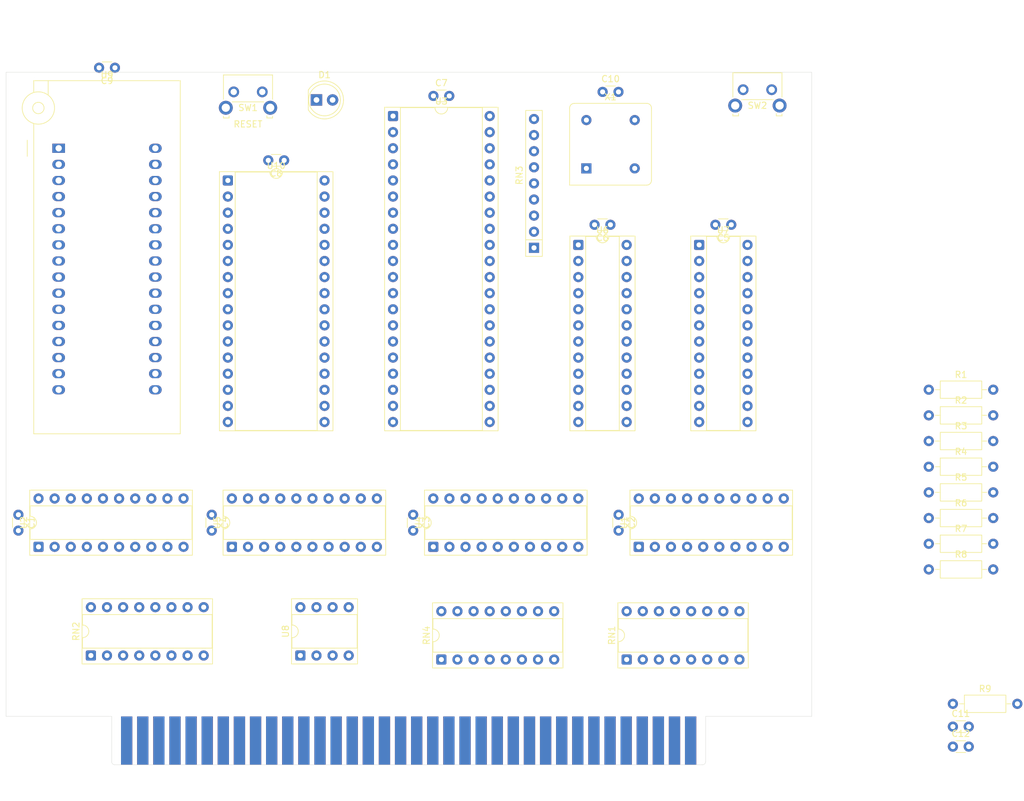
<source format=kicad_pcb>
(kicad_pcb (version 20241229) (generator "pcbnew") (generator_version "9.0")
  (layers (0 "F.Cu" signal) (2 "B.Cu" signal) (13 "F.Paste" user) (15 "B.Paste" user) (5 "F.SilkS" user "F.Silkscreen") (7 "B.SilkS" user "B.Silkscreen") (1 "F.Mask" user) (3 "B.Mask" user) (25 "Edge.Cuts" user))
  (net 0 "")
  (net 1 "GND")
  (net 2 "Net-(C1-Pad1)")
  (net 3 "+5V")
  (net 4 "Net-(D1-A)")
  (net 5 "/~{IRQ}1")
  (net 6 "/A14")
  (net 7 "/~{CBLK}")
  (net 8 "/~{RD}")
  (net 9 "/D5")
  (net 10 "/~{CART_{cs}}")
  (net 11 "/CLK_{cpu}")
  (net 12 "/~{CART_{det}}")
  (net 13 "/~{IRQ}4")
  (net 14 "/~{FIRQ}1")
  (net 15 "+3V3")
  (net 16 "/~{IRQ}2")
  (net 17 "/~{MREQ}")
  (net 18 "/BA")
  (net 19 "/~{IORQ}")
  (net 20 "/~{BREQ}")
  (net 21 "/D1")
  (net 22 "/~{FIRQ}3")
  (net 23 "/A6")
  (net 24 "/A10")
  (net 25 "/A3")
  (net 26 "/D7")
  (net 27 "/R{slash}~{W}")
  (net 28 "/A15")
  (net 29 "/D2")
  (net 30 "/D0")
  (net 31 "/A1")
  (net 32 "/~{MRDY}")
  (net 33 "/A12")
  (net 34 "/D4")
  (net 35 "/A9")
  (net 36 "/SPD_{cpu}")
  (net 37 "/~{RESET}")
  (net 38 "/~{FIRQ}2")
  (net 39 "/D3")
  (net 40 "/E")
  (net 41 "-12V")
  (net 42 "/A5")
  (net 43 "/~{IRQ}6")
  (net 44 "/A13")
  (net 45 "/A7")
  (net 46 "/D6")
  (net 47 "/A2")
  (net 48 "/Q")
  (net 49 "/A11")
  (net 50 "/~{HALT}")
  (net 51 "/A0")
  (net 52 "+12V")
  (net 53 "/~{IRQ}7")
  (net 54 "/BS")
  (net 55 "/~{IRQ}3")
  (net 56 "/~{RAM_{oe}}")
  (net 57 "/A8")
  (net 58 "/~{WR}")
  (net 59 "/~{IRQ}5")
  (net 60 "/A4")
  (net 61 "/~{MMU_{en}}")
  (net 62 "/~{NMI}")
  (net 63 "/~{IRQ}")
  (net 64 "/~{FIRQ}")
  (net 65 "Net-(U5-1Y0)")
  (net 66 "Net-(U5-2Y0)")
  (net 67 "Net-(U5-2Y1)")
  (net 68 "Net-(U5-2Y2)")
  (net 69 "Net-(U5-2Y3)")
  (net 70 "/CPU, Reset, Buffers/~{NMI_{in}}")
  (net 71 "Net-(U8-RST)")
  (net 72 "Net-(U8-~{PBRST})")
  (net 73 "/CPU, Reset, Buffers/AA1")
  (net 74 "/CPU, Reset, Buffers/AA3")
  (net 75 "/CPU, Reset, Buffers/AA7")
  (net 76 "/CPU, Reset, Buffers/AA2")
  (net 77 "/CPU, Reset, Buffers/AA6")
  (net 78 "/CPU, Reset, Buffers/AA4")
  (net 79 "/CPU, Reset, Buffers/AA0")
  (net 80 "/CPU, Reset, Buffers/_{ub}BA")
  (net 81 "/CPU, Reset, Buffers/AA5")
  (net 82 "/CPU, Reset, Buffers/DD6")
  (net 83 "/CPU, Reset, Buffers/DD4")
  (net 84 "/CPU, Reset, Buffers/DD0")
  (net 85 "/CPU, Reset, Buffers/DD7")
  (net 86 "/CPU, Reset, Buffers/DD5")
  (net 87 "/CPU, Reset, Buffers/DD1")
  (net 88 "/CPU, Reset, Buffers/DD2")
  (net 89 "/CPU, Reset, Buffers/DD3")
  (net 90 "/CPU, Reset, Buffers/AA13")
  (net 91 "/CPU, Reset, Buffers/_{ub}E")
  (net 92 "/CPU, Reset, Buffers/AA10")
  (net 93 "/CPU, Reset, Buffers/AA12")
  (net 94 "/CPU, Reset, Buffers/AA11")
  (net 95 "/CPU, Reset, Buffers/AA15")
  (net 96 "/CPU, Reset, Buffers/AA8")
  (net 97 "/CPU, Reset, Buffers/_{ub}R{slash}~{W}")
  (net 98 "/CPU, Reset, Buffers/_{ub}BS")
  (net 99 "/CPU, Reset, Buffers/AA9")
  (net 100 "/CPU, Reset, Buffers/AA14")
  (net 101 "/CPU, Reset, Buffers/_{ub}Q")
  (net 107 "/CPU, Reset, Buffers/~{ROM_{dis}}")
  (net 109 "Net-(U7-I-Pad7)")
  (net 111 "/~{ROM_{cs}}")
  (net 115 "Net-(RN1-R1.2)")
  (net 116 "Net-(RN1-R6.2)")
  (net 117 "Net-(RN1-R7.2)")
  (net 118 "Net-(RN1-R3.2)")
  (net 119 "Net-(RN1-R5.2)")
  (net 120 "Net-(RN1-R2.2)")
  (net 121 "Net-(RN1-R4.2)")
  (net 122 "Net-(RN1-R8.2)")
  (net 123 "Net-(RN2-R1.2)")
  (net 124 "Net-(RN2-R2.2)")
  (net 125 "Net-(RN2-R7.2)")
  (net 126 "Net-(RN2-R8.2)")
  (net 127 "Net-(RN2-R3.2)")
  (net 128 "Net-(RN2-R5.2)")
  (net 129 "Net-(RN2-R6.2)")
  (net 130 "Net-(RN2-R4.2)")
  (net 131 "Net-(RN4-R5.2)")
  (net 132 "Net-(RN4-R7.2)")
  (net 133 "Net-(RN4-R2.2)")
  (net 134 "Net-(RN4-R4.2)")
  (net 135 "Net-(RN4-R6.2)")
  (net 136 "Net-(RN4-R1.2)")
  (net 137 "Net-(RN4-R8.2)")
  (net 138 "Net-(RN4-R3.2)")
  (footprint "Package_DIP:DIP-20_W7.62mm_Socket" (layer "F.Cu") (at 61.595 115.57 90)
    (property "Reference" "U2" (at 3.81 -2.33 90) (layer "F.SilkS"))
    (property "Value" "74AHCT245")
    (pad "1" thru_hole roundrect (at 0 0 90) (size 1.6 1.6) (drill 0.8) (layers "*.Cu" "*.Mask") (roundrect_rratio 0.15625) (net 27 "/R{slash}~{W}"))
    (pad "2" thru_hole circle (at 0 2.54 90) (size 1.6 1.6) (drill 0.8) (layers "*.Cu" "*.Mask") (net 126 "Net-(RN2-R8.2)"))
    (pad "3" thru_hole circle (at 0 5.08 90) (size 1.6 1.6) (drill 0.8) (layers "*.Cu" "*.Mask") (net 125 "Net-(RN2-R7.2)"))
    (pad "4" thru_hole circle (at 0 7.62 90) (size 1.6 1.6) (drill 0.8) (layers "*.Cu" "*.Mask") (net 129 "Net-(RN2-R6.2)"))
    (pad "5" thru_hole circle (at 0 10.16 90) (size 1.6 1.6) (drill 0.8) (layers "*.Cu" "*.Mask") (net 128 "Net-(RN2-R5.2)"))
    (pad "6" thru_hole circle (at 0 12.7 90) (size 1.6 1.6) (drill 0.8) (layers "*.Cu" "*.Mask") (net 130 "Net-(RN2-R4.2)"))
    (pad "7" thru_hole circle (at 0 15.24 90) (size 1.6 1.6) (drill 0.8) (layers "*.Cu" "*.Mask") (net 127 "Net-(RN2-R3.2)"))
    (pad "8" thru_hole circle (at 0 17.78 90) (size 1.6 1.6) (drill 0.8) (layers "*.Cu" "*.Mask") (net 124 "Net-(RN2-R2.2)"))
    (pad "9" thru_hole circle (at 0 20.32 90) (size 1.6 1.6) (drill 0.8) (layers "*.Cu" "*.Mask") (net 123 "Net-(RN2-R1.2)"))
    (pad "10" thru_hole circle (at 0 22.86 90) (size 1.6 1.6) (drill 0.8) (layers "*.Cu" "*.Mask") (net 1 "GND"))
    (pad "11" thru_hole circle (at 7.62 22.86 90) (size 1.6 1.6) (drill 0.8) (layers "*.Cu" "*.Mask") (net 85 "/CPU, Reset, Buffers/DD7"))
    (pad "12" thru_hole circle (at 7.62 20.32 90) (size 1.6 1.6) (drill 0.8) (layers "*.Cu" "*.Mask") (net 82 "/CPU, Reset, Buffers/DD6"))
    (pad "13" thru_hole circle (at 7.62 17.78 90) (size 1.6 1.6) (drill 0.8) (layers "*.Cu" "*.Mask") (net 86 "/CPU, Reset, Buffers/DD5"))
    (pad "14" thru_hole circle (at 7.62 15.24 90) (size 1.6 1.6) (drill 0.8) (layers "*.Cu" "*.Mask") (net 83 "/CPU, Reset, Buffers/DD4"))
    (pad "15" thru_hole circle (at 7.62 12.7 90) (size 1.6 1.6) (drill 0.8) (layers "*.Cu" "*.Mask") (net 89 "/CPU, Reset, Buffers/DD3"))
    (pad "16" thru_hole circle (at 7.62 10.16 90) (size 1.6 1.6) (drill 0.8) (layers "*.Cu" "*.Mask") (net 88 "/CPU, Reset, Buffers/DD2"))
    (pad "17" thru_hole circle (at 7.62 7.62 90) (size 1.6 1.6) (drill 0.8) (layers "*.Cu" "*.Mask") (net 87 "/CPU, Reset, Buffers/DD1"))
    (pad "18" thru_hole circle (at 7.62 5.08 90) (size 1.6 1.6) (drill 0.8) (layers "*.Cu" "*.Mask") (net 84 "/CPU, Reset, Buffers/DD0"))
    (pad "19" thru_hole circle (at 7.62 2.54 90) (size 1.6 1.6) (drill 0.8) (layers "*.Cu" "*.Mask") (net 80 "/CPU, Reset, Buffers/_{ub}BA"))
    (pad "20" thru_hole circle (at 7.62 0 90) (size 1.6 1.6) (drill 0.8) (layers "*.Cu" "*.Mask") (net 3 "+5V"))
  )
  (footprint "Capacitor_THT:C_Disc_D3.0mm_W1.6mm_P2.50mm" (layer "F.Cu") (at 123.845 44.45)
    (property "Reference" "C7" (at 1.25 -2.05 0) (layer "F.SilkS"))
    (property "Value" "0.1µF")
    (pad "1" thru_hole circle (at 0 0) (size 1.6 1.6) (drill 0.8) (layers "*.Cu" "*.Mask") (net 3 "+5V"))
    (pad "2" thru_hole circle (at 2.5 0) (size 1.6 1.6) (drill 0.8) (layers "*.Cu" "*.Mask") (net 1 "GND"))
  )
  (footprint "Resistor_THT:R_Axial_DIN0207_L6.3mm_D2.5mm_P10.16mm_Horizontal" (layer "F.Cu") (at 201.93 106.986)
    (property "Reference" "R5" (at 5.08 -2.37 0) (layer "F.SilkS"))
    (property "Value" "33Ω")
    (pad "1" thru_hole circle (at 0 0) (size 1.6 1.6) (drill 0.8) (layers "*.Cu" "*.Mask") (net 69 "Net-(U5-2Y3)"))
    (pad "2" thru_hole circle (at 10.16 0) (size 1.6 1.6) (drill 0.8) (layers "*.Cu" "*.Mask") (net 54 "/BS"))
  )
  (footprint "Package_DIP:DIP-16_W7.62mm_Socket" (layer "F.Cu") (at 69.85 132.715 90)
    (property "Reference" "RN2" (at 3.81 -2.33 90) (layer "F.SilkS"))
    (property "Value" "22Ω")
    (pad "1" thru_hole roundrect (at 0 0 90) (size 1.6 1.6) (drill 0.8) (layers "*.Cu" "*.Mask") (roundrect_rratio 0.15625) (net 26 "/D7"))
    (pad "2" thru_hole circle (at 0 2.54 90) (size 1.6 1.6) (drill 0.8) (layers "*.Cu" "*.Mask") (net 46 "/D6"))
    (pad "3" thru_hole circle (at 0 5.08 90) (size 1.6 1.6) (drill 0.8) (layers "*.Cu" "*.Mask") (net 9 "/D5"))
    (pad "4" thru_hole circle (at 0 7.62 90) (size 1.6 1.6) (drill 0.8) (layers "*.Cu" "*.Mask") (net 34 "/D4"))
    (pad "5" thru_hole circle (at 0 10.16 90) (size 1.6 1.6) (drill 0.8) (layers "*.Cu" "*.Mask") (net 39 "/D3"))
    (pad "6" thru_hole circle (at 0 12.7 90) (size 1.6 1.6) (drill 0.8) (layers "*.Cu" "*.Mask") (net 29 "/D2"))
    (pad "7" thru_hole circle (at 0 15.24 90) (size 1.6 1.6) (drill 0.8) (layers "*.Cu" "*.Mask") (net 21 "/D1"))
    (pad "8" thru_hole circle (at 0 17.78 90) (size 1.6 1.6) (drill 0.8) (layers "*.Cu" "*.Mask") (net 30 "/D0"))
    (pad "9" thru_hole circle (at 7.62 17.78 90) (size 1.6 1.6) (drill 0.8) (layers "*.Cu" "*.Mask") (net 126 "Net-(RN2-R8.2)"))
    (pad "10" thru_hole circle (at 7.62 15.24 90) (size 1.6 1.6) (drill 0.8) (layers "*.Cu" "*.Mask") (net 125 "Net-(RN2-R7.2)"))
    (pad "11" thru_hole circle (at 7.62 12.7 90) (size 1.6 1.6) (drill 0.8) (layers "*.Cu" "*.Mask") (net 129 "Net-(RN2-R6.2)"))
    (pad "12" thru_hole circle (at 7.62 10.16 90) (size 1.6 1.6) (drill 0.8) (layers "*.Cu" "*.Mask") (net 128 "Net-(RN2-R5.2)"))
    (pad "13" thru_hole circle (at 7.62 7.62 90) (size 1.6 1.6) (drill 0.8) (layers "*.Cu" "*.Mask") (net 130 "Net-(RN2-R4.2)"))
    (pad "14" thru_hole circle (at 7.62 5.08 90) (size 1.6 1.6) (drill 0.8) (layers "*.Cu" "*.Mask") (net 127 "Net-(RN2-R3.2)"))
    (pad "15" thru_hole circle (at 7.62 2.54 90) (size 1.6 1.6) (drill 0.8) (layers "*.Cu" "*.Mask") (net 124 "Net-(RN2-R2.2)"))
    (pad "16" thru_hole circle (at 7.62 0 90) (size 1.6 1.6) (drill 0.8) (layers "*.Cu" "*.Mask") (net 123 "Net-(RN2-R1.2)"))
  )
  (footprint "Package_DIP:DIP-20_W7.62mm_Socket" (layer "F.Cu") (at 156.21 115.57 90)
    (property "Reference" "U1" (at 3.81 -2.33 90) (layer "F.SilkS"))
    (property "Value" "74AHCT244")
    (pad "1" thru_hole roundrect (at 0 0 90) (size 1.6 1.6) (drill 0.8) (layers "*.Cu" "*.Mask") (roundrect_rratio 0.15625) (net 80 "/CPU, Reset, Buffers/_{ub}BA"))
    (pad "2" thru_hole circle (at 0 2.54 90) (size 1.6 1.6) (drill 0.8) (layers "*.Cu" "*.Mask") (net 79 "/CPU, Reset, Buffers/AA0"))
    (pad "3" thru_hole circle (at 0 5.08 90) (size 1.6 1.6) (drill 0.8) (layers "*.Cu" "*.Mask") (net 121 "Net-(RN1-R4.2)"))
    (pad "4" thru_hole circle (at 0 7.62 90) (size 1.6 1.6) (drill 0.8) (layers "*.Cu" "*.Mask") (net 73 "/CPU, Reset, Buffers/AA1"))
    (pad "5" thru_hole circle (at 0 10.16 90) (size 1.6 1.6) (drill 0.8) (layers "*.Cu" "*.Mask") (net 118 "Net-(RN1-R3.2)"))
    (pad "6" thru_hole circle (at 0 12.7 90) (size 1.6 1.6) (drill 0.8) (layers "*.Cu" "*.Mask") (net 76 "/CPU, Reset, Buffers/AA2"))
    (pad "7" thru_hole circle (at 0 15.24 90) (size 1.6 1.6) (drill 0.8) (layers "*.Cu" "*.Mask") (net 120 "Net-(RN1-R2.2)"))
    (pad "8" thru_hole circle (at 0 17.78 90) (size 1.6 1.6) (drill 0.8) (layers "*.Cu" "*.Mask") (net 74 "/CPU, Reset, Buffers/AA3"))
    (pad "9" thru_hole circle (at 0 20.32 90) (size 1.6 1.6) (drill 0.8) (layers "*.Cu" "*.Mask") (net 115 "Net-(RN1-R1.2)"))
    (pad "10" thru_hole circle (at 0 22.86 90) (size 1.6 1.6) (drill 0.8) (layers "*.Cu" "*.Mask") (net 1 "GND"))
    (pad "11" thru_hole circle (at 7.62 22.86 90) (size 1.6 1.6) (drill 0.8) (layers "*.Cu" "*.Mask") (net 75 "/CPU, Reset, Buffers/AA7"))
    (pad "12" thru_hole circle (at 7.62 20.32 90) (size 1.6 1.6) (drill 0.8) (layers "*.Cu" "*.Mask") (net 119 "Net-(RN1-R5.2)"))
    (pad "13" thru_hole circle (at 7.62 17.78 90) (size 1.6 1.6) (drill 0.8) (layers "*.Cu" "*.Mask") (net 77 "/CPU, Reset, Buffers/AA6"))
    (pad "14" thru_hole circle (at 7.62 15.24 90) (size 1.6 1.6) (drill 0.8) (layers "*.Cu" "*.Mask") (net 116 "Net-(RN1-R6.2)"))
    (pad "15" thru_hole circle (at 7.62 12.7 90) (size 1.6 1.6) (drill 0.8) (layers "*.Cu" "*.Mask") (net 81 "/CPU, Reset, Buffers/AA5"))
    (pad "16" thru_hole circle (at 7.62 10.16 90) (size 1.6 1.6) (drill 0.8) (layers "*.Cu" "*.Mask") (net 117 "Net-(RN1-R7.2)"))
    (pad "17" thru_hole circle (at 7.62 7.62 90) (size 1.6 1.6) (drill 0.8) (layers "*.Cu" "*.Mask") (net 78 "/CPU, Reset, Buffers/AA4"))
    (pad "18" thru_hole circle (at 7.62 5.08 90) (size 1.6 1.6) (drill 0.8) (layers "*.Cu" "*.Mask") (net 122 "Net-(RN1-R8.2)"))
    (pad "19" thru_hole circle (at 7.62 2.54 90) (size 1.6 1.6) (drill 0.8) (layers "*.Cu" "*.Mask") (net 80 "/CPU, Reset, Buffers/_{ub}BA"))
    (pad "20" thru_hole circle (at 7.62 0 90) (size 1.6 1.6) (drill 0.8) (layers "*.Cu" "*.Mask") (net 3 "+5V"))
  )
  (footprint "Capacitor_THT:C_Disc_D3.0mm_W1.6mm_P2.50mm" (layer "F.Cu") (at 151.745 64.77 180)
    (property "Reference" "C6" (at 1.25 -2.05 0) (layer "F.SilkS"))
    (property "Value" "0.1µF")
    (pad "1" thru_hole circle (at 0 0 180) (size 1.6 1.6) (drill 0.8) (layers "*.Cu" "*.Mask") (net 3 "+5V"))
    (pad "2" thru_hole circle (at 2.5 0 180) (size 1.6 1.6) (drill 0.8) (layers "*.Cu" "*.Mask") (net 1 "GND"))
  )
  (footprint "Package_DIP:DIP-40_W15.24mm_Socket" (layer "F.Cu") (at 117.475 47.625)
    (property "Reference" "U3" (at 7.62 -2.33 0) (layer "F.SilkS"))
    (property "Value" "HD63C09P")
    (pad "1" thru_hole roundrect (at 0 0) (size 1.6 1.6) (drill 0.8) (layers "*.Cu" "*.Mask") (roundrect_rratio 0.15625) (net 1 "GND"))
    (pad "2" thru_hole circle (at 0 2.54) (size 1.6 1.6) (drill 0.8) (layers "*.Cu" "*.Mask") (net 62 "/~{NMI}"))
    (pad "3" thru_hole circle (at 0 5.08) (size 1.6 1.6) (drill 0.8) (layers "*.Cu" "*.Mask") (net 63 "/~{IRQ}"))
    (pad "4" thru_hole circle (at 0 7.62) (size 1.6 1.6) (drill 0.8) (layers "*.Cu" "*.Mask") (net 64 "/~{FIRQ}"))
    (pad "5" thru_hole circle (at 0 10.16) (size 1.6 1.6) (drill 0.8) (layers "*.Cu" "*.Mask") (net 98 "/CPU, Reset, Buffers/_{ub}BS"))
    (pad "6" thru_hole circle (at 0 12.7) (size 1.6 1.6) (drill 0.8) (layers "*.Cu" "*.Mask") (net 80 "/CPU, Reset, Buffers/_{ub}BA"))
    (pad "7" thru_hole circle (at 0 15.24) (size 1.6 1.6) (drill 0.8) (layers "*.Cu" "*.Mask") (net 3 "+5V"))
    (pad "8" thru_hole circle (at 0 17.78) (size 1.6 1.6) (drill 0.8) (layers "*.Cu" "*.Mask") (net 79 "/CPU, Reset, Buffers/AA0"))
    (pad "9" thru_hole circle (at 0 20.32) (size 1.6 1.6) (drill 0.8) (layers "*.Cu" "*.Mask") (net 73 "/CPU, Reset, Buffers/AA1"))
    (pad "10" thru_hole circle (at 0 22.86) (size 1.6 1.6) (drill 0.8) (layers "*.Cu" "*.Mask") (net 76 "/CPU, Reset, Buffers/AA2"))
    (pad "11" thru_hole circle (at 0 25.4) (size 1.6 1.6) (drill 0.8) (layers "*.Cu" "*.Mask") (net 74 "/CPU, Reset, Buffers/AA3"))
    (pad "12" thru_hole circle (at 0 27.94) (size 1.6 1.6) (drill 0.8) (layers "*.Cu" "*.Mask") (net 78 "/CPU, Reset, Buffers/AA4"))
    (pad "13" thru_hole circle (at 0 30.48) (size 1.6 1.6) (drill 0.8) (layers "*.Cu" "*.Mask") (net 81 "/CPU, Reset, Buffers/AA5"))
    (pad "14" thru_hole circle (at 0 33.02) (size 1.6 1.6) (drill 0.8) (layers "*.Cu" "*.Mask") (net 77 "/CPU, Reset, Buffers/AA6"))
    (pad "15" thru_hole circle (at 0 35.56) (size 1.6 1.6) (drill 0.8) (layers "*.Cu" "*.Mask") (net 75 "/CPU, Reset, Buffers/AA7"))
    (pad "16" thru_hole circle (at 0 38.1) (size 1.6 1.6) (drill 0.8) (layers "*.Cu" "*.Mask") (net 96 "/CPU, Reset, Buffers/AA8"))
    (pad "17" thru_hole circle (at 0 40.64) (size 1.6 1.6) (drill 0.8) (layers "*.Cu" "*.Mask") (net 99 "/CPU, Reset, Buffers/AA9"))
    (pad "18" thru_hole circle (at 0 43.18) (size 1.6 1.6) (drill 0.8) (layers "*.Cu" "*.Mask") (net 92 "/CPU, Reset, Buffers/AA10"))
    (pad "19" thru_hole circle (at 0 45.72) (size 1.6 1.6) (drill 0.8) (layers "*.Cu" "*.Mask") (net 94 "/CPU, Reset, Buffers/AA11"))
    (pad "20" thru_hole circle (at 0 48.26) (size 1.6 1.6) (drill 0.8) (layers "*.Cu" "*.Mask") (net 93 "/CPU, Reset, Buffers/AA12"))
    (pad "21" thru_hole circle (at 15.24 48.26) (size 1.6 1.6) (drill 0.8) (layers "*.Cu" "*.Mask") (net 90 "/CPU, Reset, Buffers/AA13"))
    (pad "22" thru_hole circle (at 15.24 45.72) (size 1.6 1.6) (drill 0.8) (layers "*.Cu" "*.Mask") (net 100 "/CPU, Reset, Buffers/AA14"))
    (pad "23" thru_hole circle (at 15.24 43.18) (size 1.6 1.6) (drill 0.8) (layers "*.Cu" "*.Mask") (net 95 "/CPU, Reset, Buffers/AA15"))
    (pad "24" thru_hole circle (at 15.24 40.64) (size 1.6 1.6) (drill 0.8) (layers "*.Cu" "*.Mask") (net 85 "/CPU, Reset, Buffers/DD7"))
    (pad "25" thru_hole circle (at 15.24 38.1) (size 1.6 1.6) (drill 0.8) (layers "*.Cu" "*.Mask") (net 82 "/CPU, Reset, Buffers/DD6"))
    (pad "26" thru_hole circle (at 15.24 35.56) (size 1.6 1.6) (drill 0.8) (layers "*.Cu" "*.Mask") (net 86 "/CPU, Reset, Buffers/DD5"))
    (pad "27" thru_hole circle (at 15.24 33.02) (size 1.6 1.6) (drill 0.8) (layers "*.Cu" "*.Mask") (net 83 "/CPU, Reset, Buffers/DD4"))
    (pad "28" thru_hole circle (at 15.24 30.48) (size 1.6 1.6) (drill 0.8) (layers "*.Cu" "*.Mask") (net 89 "/CPU, Reset, Buffers/DD3"))
    (pad "29" thru_hole circle (at 15.24 27.94) (size 1.6 1.6) (drill 0.8) (layers "*.Cu" "*.Mask") (net 88 "/CPU, Reset, Buffers/DD2"))
    (pad "30" thru_hole circle (at 15.24 25.4) (size 1.6 1.6) (drill 0.8) (layers "*.Cu" "*.Mask") (net 87 "/CPU, Reset, Buffers/DD1"))
    (pad "31" thru_hole circle (at 15.24 22.86) (size 1.6 1.6) (drill 0.8) (layers "*.Cu" "*.Mask") (net 84 "/CPU, Reset, Buffers/DD0"))
    (pad "32" thru_hole circle (at 15.24 20.32) (size 1.6 1.6) (drill 0.8) (layers "*.Cu" "*.Mask") (net 97 "/CPU, Reset, Buffers/_{ub}R{slash}~{W}"))
    (pad "33" thru_hole circle (at 15.24 17.78) (size 1.6 1.6) (drill 0.8) (layers "*.Cu" "*.Mask") (net 20 "/~{BREQ}"))
    (pad "34" thru_hole circle (at 15.24 15.24) (size 1.6 1.6) (drill 0.8) (layers "*.Cu" "*.Mask") (net 91 "/CPU, Reset, Buffers/_{ub}E"))
    (pad "35" thru_hole circle (at 15.24 12.7) (size 1.6 1.6) (drill 0.8) (layers "*.Cu" "*.Mask") (net 101 "/CPU, Reset, Buffers/_{ub}Q"))
    (pad "36" thru_hole circle (at 15.24 10.16) (size 1.6 1.6) (drill 0.8) (layers "*.Cu" "*.Mask") (net 32 "/~{MRDY}"))
    (pad "37" thru_hole circle (at 15.24 7.62) (size 1.6 1.6) (drill 0.8) (layers "*.Cu" "*.Mask") (net 37 "/~{RESET}"))
    (pad "38" thru_hole circle (at 15.24 5.08) (size 1.6 1.6) (drill 0.8) (layers "*.Cu" "*.Mask") (net 11 "/CLK_{cpu}"))
    (pad "39" thru_hole circle (at 15.24 2.54) (size 1.6 1.6) (drill 0.8) (layers "*.Cu" "*.Mask"))
    (pad "40" thru_hole circle (at 15.24 0) (size 1.6 1.6) (drill 0.8) (layers "*.Cu" "*.Mask") (net 50 "/~{HALT}"))
  )
  (footprint "Resistor_THT:R_Axial_DIN0207_L6.3mm_D2.5mm_P10.16mm_Horizontal" (layer "F.Cu") (at 201.93 111.036)
    (property "Reference" "R6" (at 5.08 -2.37 0) (layer "F.SilkS"))
    (property "Value" "1KΩ")
    (pad "1" thru_hole circle (at 0 0) (size 1.6 1.6) (drill 0.8) (layers "*.Cu" "*.Mask") (net 3 "+5V"))
    (pad "2" thru_hole circle (at 10.16 0) (size 1.6 1.6) (drill 0.8) (layers "*.Cu" "*.Mask") (net 70 "/CPU, Reset, Buffers/~{NMI_{in}}"))
  )
  (footprint "Capacitor_THT:C_Disc_D3.0mm_W1.6mm_P2.50mm" (layer "F.Cu") (at 170.795 64.77 180)
    (property "Reference" "C5" (at 1.25 -2.05 0) (layer "F.SilkS"))
    (property "Value" "0.1µF")
    (pad "1" thru_hole circle (at 0 0 180) (size 1.6 1.6) (drill 0.8) (layers "*.Cu" "*.Mask") (net 3 "+5V"))
    (pad "2" thru_hole circle (at 2.5 0 180) (size 1.6 1.6) (drill 0.8) (layers "*.Cu" "*.Mask") (net 1 "GND"))
  )
  (footprint "Capacitor_THT:C_Disc_D3.0mm_W1.6mm_P2.50mm" (layer "F.Cu") (at 153.035 110.51 -90)
    (property "Reference" "C2" (at 1.25 -2.05 90) (layer "F.SilkS"))
    (property "Value" "0.1µF")
    (pad "1" thru_hole circle (at 0 0 270) (size 1.6 1.6) (drill 0.8) (layers "*.Cu" "*.Mask") (net 3 "+5V"))
    (pad "2" thru_hole circle (at 2.5 0 270) (size 1.6 1.6) (drill 0.8) (layers "*.Cu" "*.Mask") (net 1 "GND"))
  )
  (footprint "Capacitor_THT:C_Disc_D3.0mm_W1.6mm_P2.50mm" (layer "F.Cu") (at 205.7286 147.085)
    (property "Reference" "C12" (at 1.25 -2.05 0) (layer "F.SilkS"))
    (property "Value" "0.1µF")
    (pad "1" thru_hole circle (at 0 0) (size 1.6 1.6) (drill 0.8) (layers "*.Cu" "*.Mask") (net 3 "+5V"))
    (pad "2" thru_hole circle (at 2.5 0) (size 1.6 1.6) (drill 0.8) (layers "*.Cu" "*.Mask") (net 1 "GND"))
  )
  (footprint "Resistor_THT:R_Axial_DIN0207_L6.3mm_D2.5mm_P10.16mm_Horizontal" (layer "F.Cu") (at 201.93 98.886)
    (property "Reference" "R3" (at 5.08 -2.37 0) (layer "F.SilkS"))
    (property "Value" "47Ω")
    (pad "1" thru_hole circle (at 0 0) (size 1.6 1.6) (drill 0.8) (layers "*.Cu" "*.Mask") (net 67 "Net-(U5-2Y1)"))
    (pad "2" thru_hole circle (at 10.16 0) (size 1.6 1.6) (drill 0.8) (layers "*.Cu" "*.Mask") (net 48 "/Q"))
  )
  (footprint "Capacitor_THT:C_Disc_D3.0mm_W1.6mm_P2.50mm" (layer "F.Cu") (at 150.515 43.815)
    (property "Reference" "C10" (at 1.25 -2.05 0) (layer "F.SilkS"))
    (property "Value" "0.1µF")
    (pad "1" thru_hole circle (at 0 0) (size 1.6 1.6) (drill 0.8) (layers "*.Cu" "*.Mask") (net 3 "+5V"))
    (pad "2" thru_hole circle (at 2.5 0) (size 1.6 1.6) (drill 0.8) (layers "*.Cu" "*.Mask") (net 1 "GND"))
  )
  (footprint "Package_DIP:DIP-20_W7.62mm_Socket" (layer "F.Cu") (at 92.075 115.57 90)
    (property "Reference" "U5" (at 3.81 -2.33 90) (layer "F.SilkS"))
    (property "Value" "74AHCT244")
    (pad "1" thru_hole roundrect (at 0 0 90) (size 1.6 1.6) (drill 0.8) (layers "*.Cu" "*.Mask") (roundrect_rratio 0.15625) (net 80 "/CPU, Reset, Buffers/_{ub}BA"))
    (pad "2" thru_hole circle (at 0 2.54 90) (size 1.6 1.6) (drill 0.8) (layers "*.Cu" "*.Mask") (net 97 "/CPU, Reset, Buffers/_{ub}R{slash}~{W}"))
    (pad "3" thru_hole circle (at 0 5.08 90) (size 1.6 1.6) (drill 0.8) (layers "*.Cu" "*.Mask") (net 66 "Net-(U5-2Y0)"))
    (pad "4" thru_hole circle (at 0 7.62 90) (size 1.6 1.6) (drill 0.8) (layers "*.Cu" "*.Mask") (net 1 "GND"))
    (pad "5" thru_hole circle (at 0 10.16 90) (size 1.6 1.6) (drill 0.8) (layers "*.Cu" "*.Mask") (net 67 "Net-(U5-2Y1)"))
    (pad "6" thru_hole circle (at 0 12.7 90) (size 1.6 1.6) (drill 0.8) (layers "*.Cu" "*.Mask") (net 1 "GND"))
    (pad "7" thru_hole circle (at 0 15.24 90) (size 1.6 1.6) (drill 0.8) (layers "*.Cu" "*.Mask") (net 68 "Net-(U5-2Y2)"))
    (pad "8" thru_hole circle (at 0 17.78 90) (size 1.6 1.6) (drill 0.8) (layers "*.Cu" "*.Mask") (net 1 "GND"))
    (pad "9" thru_hole circle (at 0 20.32 90) (size 1.6 1.6) (drill 0.8) (layers "*.Cu" "*.Mask") (net 69 "Net-(U5-2Y3)"))
    (pad "10" thru_hole circle (at 0 22.86 90) (size 1.6 1.6) (drill 0.8) (layers "*.Cu" "*.Mask") (net 1 "GND"))
    (pad "11" thru_hole circle (at 7.62 22.86 90) (size 1.6 1.6) (drill 0.8) (layers "*.Cu" "*.Mask") (net 98 "/CPU, Reset, Buffers/_{ub}BS"))
    (pad "12" thru_hole circle (at 7.62 20.32 90) (size 1.6 1.6) (drill 0.8) (layers "*.Cu" "*.Mask"))
    (pad "13" thru_hole circle (at 7.62 17.78 90) (size 1.6 1.6) (drill 0.8) (layers "*.Cu" "*.Mask") (net 80 "/CPU, Reset, Buffers/_{ub}BA"))
    (pad "14" thru_hole circle (at 7.62 15.24 90) (size 1.6 1.6) (drill 0.8) (layers "*.Cu" "*.Mask"))
    (pad "15" thru_hole circle (at 7.62 12.7 90) (size 1.6 1.6) (drill 0.8) (layers "*.Cu" "*.Mask") (net 101 "/CPU, Reset, Buffers/_{ub}Q"))
    (pad "16" thru_hole circle (at 7.62 10.16 90) (size 1.6 1.6) (drill 0.8) (layers "*.Cu" "*.Mask"))
    (pad "17" thru_hole circle (at 7.62 7.62 90) (size 1.6 1.6) (drill 0.8) (layers "*.Cu" "*.Mask") (net 91 "/CPU, Reset, Buffers/_{ub}E"))
    (pad "18" thru_hole circle (at 7.62 5.08 90) (size 1.6 1.6) (drill 0.8) (layers "*.Cu" "*.Mask") (net 65 "Net-(U5-1Y0)"))
    (pad "19" thru_hole circle (at 7.62 2.54 90) (size 1.6 1.6) (drill 0.8) (layers "*.Cu" "*.Mask") (net 1 "GND"))
    (pad "20" thru_hole circle (at 7.62 0 90) (size 1.6 1.6) (drill 0.8) (layers "*.Cu" "*.Mask") (net 3 "+5V"))
  )
  (footprint "Resistor_THT:R_Axial_DIN0207_L6.3mm_D2.5mm_P10.16mm_Horizontal" (layer "F.Cu") (at 201.93 90.786)
    (property "Reference" "R1" (at 5.08 -2.37 0) (layer "F.SilkS"))
    (property "Value" "33Ω")
    (pad "1" thru_hole circle (at 0 0) (size 1.6 1.6) (drill 0.8) (layers "*.Cu" "*.Mask") (net 65 "Net-(U5-1Y0)"))
    (pad "2" thru_hole circle (at 10.16 0) (size 1.6 1.6) (drill 0.8) (layers "*.Cu" "*.Mask") (net 27 "/R{slash}~{W}"))
  )
  (footprint "Resistor_THT:R_Axial_DIN0207_L6.3mm_D2.5mm_P10.16mm_Horizontal" (layer "F.Cu") (at 201.93 94.836)
    (property "Reference" "R2" (at 5.08 -2.37 0) (layer "F.SilkS"))
    (property "Value" "47Ω")
    (pad "1" thru_hole circle (at 0 0) (size 1.6 1.6) (drill 0.8) (layers "*.Cu" "*.Mask") (net 66 "Net-(U5-2Y0)"))
    (pad "2" thru_hole circle (at 10.16 0) (size 1.6 1.6) (drill 0.8) (layers "*.Cu" "*.Mask") (net 40 "/E"))
  )
  (footprint "Package_DIP:DIP-16_W7.62mm_Socket" (layer "F.Cu") (at 125.095 133.35 90)
    (property "Reference" "RN4" (at 3.81 -2.33 90) (layer "F.SilkS"))
    (property "Value" "33Ω")
    (pad "1" thru_hole roundrect (at 0 0 90) (size 1.6 1.6) (drill 0.8) (layers "*.Cu" "*.Mask") (roundrect_rratio 0.15625) (net 28 "/A15"))
    (pad "2" thru_hole circle (at 0 2.54 90) (size 1.6 1.6) (drill 0.8) (layers "*.Cu" "*.Mask") (net 6 "/A14"))
    (pad "3" thru_hole circle (at 0 5.08 90) (size 1.6 1.6) (drill 0.8) (layers "*.Cu" "*.Mask") (net 44 "/A13"))
    (pad "4" thru_hole circle (at 0 7.62 90) (size 1.6 1.6) (drill 0.8) (layers "*.Cu" "*.Mask") (net 33 "/A12"))
    (pad "5" thru_hole circle (at 0 10.16 90) (size 1.6 1.6) (drill 0.8) (layers "*.Cu" "*.Mask") (net 49 "/A11"))
    (pad "6" thru_hole circle (at 0 12.7 90) (size 1.6 1.6) (drill 0.8) (layers "*.Cu" "*.Mask") (net 24 "/A10"))
    (pad "7" thru_hole circle (at 0 15.24 90) (size 1.6 1.6) (drill 0.8) (layers "*.Cu" "*.Mask") (net 35 "/A9"))
    (pad "8" thru_hole circle (at 0 17.78 90) (size 1.6 1.6) (drill 0.8) (layers "*.Cu" "*.Mask") (net 57 "/A8"))
    (pad "9" thru_hole circle (at 7.62 17.78 90) (size 1.6 1.6) (drill 0.8) (layers "*.Cu" "*.Mask") (net 137 "Net-(RN4-R8.2)"))
    (pad "10" thru_hole circle (at 7.62 15.24 90) (size 1.6 1.6) (drill 0.8) (layers "*.Cu" "*.Mask") (net 132 "Net-(RN4-R7.2)"))
    (pad "11" thru_hole circle (at 7.62 12.7 90) (size 1.6 1.6) (drill 0.8) (layers "*.Cu" "*.Mask") (net 135 "Net-(RN4-R6.2)"))
    (pad "12" thru_hole circle (at 7.62 10.16 90) (size 1.6 1.6) (drill 0.8) (layers "*.Cu" "*.Mask") (net 131 "Net-(RN4-R5.2)"))
    (pad "13" thru_hole circle (at 7.62 7.62 90) (size 1.6 1.6) (drill 0.8) (layers "*.Cu" "*.Mask") (net 134 "Net-(RN4-R4.2)"))
    (pad "14" thru_hole circle (at 7.62 5.08 90) (size 1.6 1.6) (drill 0.8) (layers "*.Cu" "*.Mask") (net 138 "Net-(RN4-R3.2)"))
    (pad "15" thru_hole circle (at 7.62 2.54 90) (size 1.6 1.6) (drill 0.8) (layers "*.Cu" "*.Mask") (net 133 "Net-(RN4-R2.2)"))
    (pad "16" thru_hole circle (at 7.62 0 90) (size 1.6 1.6) (drill 0.8) (layers "*.Cu" "*.Mask") (net 136 "Net-(RN4-R1.2)"))
  )
  (footprint "Socket:DIP_Socket-32_W11.9mm_W12.7mm_W15.24mm_W17.78mm_W18.5mm_3M_232-1285-00-0602J" (layer "F.Cu") (at 64.77 52.705)
    (property "Reference" "U9" (at 7.62 -11.56 0) (layer "F.SilkS"))
    (property "Value" "SST39SF010")
    (pad "1" thru_hole rect (at 0 0) (size 2 1.44) (drill 1) (layers "*.Cu" "*.Mask") (net 1 "GND"))
    (pad "2" thru_hole oval (at 0 2.54) (size 2 1.44) (drill 1) (layers "*.Cu" "*.Mask") (net 1 "GND"))
    (pad "3" thru_hole oval (at 0 5.08) (size 2 1.44) (drill 1) (layers "*.Cu" "*.Mask") (net 28 "/A15"))
    (pad "4" thru_hole oval (at 0 7.62) (size 2 1.44) (drill 1) (layers "*.Cu" "*.Mask") (net 33 "/A12"))
    (pad "5" thru_hole oval (at 0 10.16) (size 2 1.44) (drill 1) (layers "*.Cu" "*.Mask") (net 45 "/A7"))
    (pad "6" thru_hole oval (at 0 12.7) (size 2 1.44) (drill 1) (layers "*.Cu" "*.Mask") (net 23 "/A6"))
    (pad "7" thru_hole oval (at 0 15.24) (size 2 1.44) (drill 1) (layers "*.Cu" "*.Mask") (net 42 "/A5"))
    (pad "8" thru_hole oval (at 0 17.78) (size 2 1.44) (drill 1) (layers "*.Cu" "*.Mask") (net 60 "/A4"))
    (pad "9" thru_hole oval (at 0 20.32) (size 2 1.44) (drill 1) (layers "*.Cu" "*.Mask") (net 25 "/A3"))
    (pad "10" thru_hole oval (at 0 22.86) (size 2 1.44) (drill 1) (layers "*.Cu" "*.Mask") (net 47 "/A2"))
    (pad "11" thru_hole oval (at 0 25.4) (size 2 1.44) (drill 1) (layers "*.Cu" "*.Mask") (net 31 "/A1"))
    (pad "12" thru_hole oval (at 0 27.94) (size 2 1.44) (drill 1) (layers "*.Cu" "*.Mask") (net 51 "/A0"))
    (pad "13" thru_hole oval (at 0 30.48) (size 2 1.44) (drill 1) (layers "*.Cu" "*.Mask") (net 30 "/D0"))
    (pad "14" thru_hole oval (at 0 33.02) (size 2 1.44) (drill 1) (layers "*.Cu" "*.Mask") (net 21 "/D1"))
    (pad "15" thru_hole oval (at 0 35.56) (size 2 1.44) (drill 1) (layers "*.Cu" "*.Mask") (net 29 "/D2"))
    (pad "16" thru_hole oval (at 0 38.1) (size 2 1.44) (drill 1) (layers "*.Cu" "*.Mask") (net 1 "GND"))
    (pad "17" thru_hole oval (at 15.24 38.1) (size 2 1.44) (drill 1) (layers "*.Cu" "*.Mask") (net 39 "/D3"))
    (pad "18" thru_hole oval (at 15.24 35.56) (size 2 1.44) (drill 1) (layers "*.Cu" "*.Mask") (net 34 "/D4"))
    (pad "19" thru_hole oval (at 15.24 33.02) (size 2 1.44) (drill 1) (layers "*.Cu" "*.Mask") (net 9 "/D5"))
    (pad "20" thru_hole oval (at 15.24 30.48) (size 2 1.44) (drill 1) (layers "*.Cu" "*.Mask") (net 46 "/D6"))
    (pad "21" thru_hole oval (at 15.24 27.94) (size 2 1.44) (drill 1) (layers "*.Cu" "*.Mask") (net 26 "/D7"))
    (pad "22" thru_hole oval (at 15.24 25.4) (size 2 1.44) (drill 1) (layers "*.Cu" "*.Mask") (net 111 "/~{ROM_{cs}}"))
    (pad "23" thru_hole oval (at 15.24 22.86) (size 2 1.44) (drill 1) (layers "*.Cu" "*.Mask") (net 24 "/A10"))
    (pad "24" thru_hole oval (at 15.24 20.32) (size 2 1.44) (drill 1) (layers "*.Cu" "*.Mask") (net 8 "/~{RD}"))
    (pad "25" thru_hole oval (at 15.24 17.78) (size 2 1.44) (drill 1) (layers "*.Cu" "*.Mask") (net 49 "/A11"))
    (pad "26" thru_hole oval (at 15.24 15.24) (size 2 1.44) (drill 1) (layers "*.Cu" "*.Mask") (net 35 "/A9"))
    (pad "27" thru_hole oval (at 15.24 12.7) (size 2 1.44) (drill 1) (layers "*.Cu" "*.Mask") (net 57 "/A8"))
    (pad "28" thru_hole oval (at 15.24 10.16) (size 2 1.44) (drill 1) (layers "*.Cu" "*.Mask") (net 44 "/A13"))
    (pad "29" thru_hole oval (at 15.24 7.62) (size 2 1.44) (drill 1) (layers "*.Cu" "*.Mask") (net 6 "/A14"))
    (pad "30" thru_hole oval (at 15.24 5.08) (size 2 1.44) (drill 1) (layers "*.Cu" "*.Mask") (net 1 "GND"))
    (pad "31" thru_hole oval (at 15.24 2.54) (size 2 1.44) (drill 1) (layers "*.Cu" "*.Mask") (net 3 "+5V"))
    (pad "32" thru_hole oval (at 15.24 0) (size 2 1.44) (drill 1) (layers "*.Cu" "*.Mask") (net 3 "+5V"))
  )
  (footprint "Package_DIP:DIP-8_W7.62mm_Socket" (layer "F.Cu") (at 102.87 132.715 90)
    (property "Reference" "U8" (at 3.81 -2.33 90) (layer "F.SilkS"))
    (property "Value" "MIC1232")
    (pad "1" thru_hole roundrect (at 0 0 90) (size 1.6 1.6) (drill 0.8) (layers "*.Cu" "*.Mask") (roundrect_rratio 0.15625) (net 72 "Net-(U8-~{PBRST})"))
    (pad "2" thru_hole circle (at 0 2.54 90) (size 1.6 1.6) (drill 0.8) (layers "*.Cu" "*.Mask"))
    (pad "3" thru_hole circle (at 0 5.08 90) (size 1.6 1.6) (drill 0.8) (layers "*.Cu" "*.Mask") (net 1 "GND"))
    (pad "4" thru_hole circle (at 0 7.62 90) (size 1.6 1.6) (drill 0.8) (layers "*.Cu" "*.Mask") (net 1 "GND"))
    (pad "5" thru_hole circle (at 7.62 7.62 90) (size 1.6 1.6) (drill 0.8) (layers "*.Cu" "*.Mask") (net 71 "Net-(U8-RST)"))
    (pad "6" thru_hole circle (at 7.62 5.08 90) (size 1.6 1.6) (drill 0.8) (layers "*.Cu" "*.Mask") (net 37 "/~{RESET}"))
    (pad "7" thru_hole circle (at 7.62 2.54 90) (size 1.6 1.6) (drill 0.8) (layers "*.Cu" "*.Mask") (net 101 "/CPU, Reset, Buffers/_{ub}Q"))
    (pad "8" thru_hole circle (at 7.62 0 90) (size 1.6 1.6) (drill 0.8) (layers "*.Cu" "*.Mask") (net 3 "+5V"))
  )
  (footprint "Package_DIP:DIP-16_W7.62mm_Socket" (layer "F.Cu") (at 154.305 133.35 90)
    (property "Reference" "RN1" (at 3.81 -2.33 90) (layer "F.SilkS"))
    (property "Value" "47Ω")
    (pad "1" thru_hole roundrect (at 0 0 90) (size 1.6 1.6) (drill 0.8) (layers "*.Cu" "*.Mask") (roundrect_rratio 0.15625) (net 45 "/A7"))
    (pad "2" thru_hole circle (at 0 2.54 90) (size 1.6 1.6) (drill 0.8) (layers "*.Cu" "*.Mask") (net 23 "/A6"))
    (pad "3" thru_hole circle (at 0 5.08 90) (size 1.6 1.6) (drill 0.8) (layers "*.Cu" "*.Mask") (net 42 "/A5"))
    (pad "4" thru_hole circle (at 0 7.62 90) (size 1.6 1.6) (drill 0.8) (layers "*.Cu" "*.Mask") (net 60 "/A4"))
    (pad "5" thru_hole circle (at 0 10.16 90) (size 1.6 1.6) (drill 0.8) (layers "*.Cu" "*.Mask") (net 25 "/A3"))
    (pad "6" thru_hole circle (at 0 12.7 90) (size 1.6 1.6) (drill 0.8) (layers "*.Cu" "*.Mask") (net 47 "/A2"))
    (pad "7" thru_hole circle (at 0 15.24 90) (size 1.6 1.6) (drill 0.8) (layers "*.Cu" "*.Mask") (net 31 "/A1"))
    (pad "8" thru_hole circle (at 0 17.78 90) (size 1.6 1.6) (drill 0.8) (layers "*.Cu" "*.Mask") (net 51 "/A0"))
    (pad "9" thru_hole circle (at 7.62 17.78 90) (size 1.6 1.6) (drill 0.8) (layers "*.Cu" "*.Mask") (net 122 "Net-(RN1-R8.2)"))
    (pad "10" thru_hole circle (at 7.62 15.24 90) (size 1.6 1.6) (drill 0.8) (layers "*.Cu" "*.Mask") (net 117 "Net-(RN1-R7.2)"))
    (pad "11" thru_hole circle (at 7.62 12.7 90) (size 1.6 1.6) (drill 0.8) (layers "*.Cu" "*.Mask") (net 116 "Net-(RN1-R6.2)"))
    (pad "12" thru_hole circle (at 7.62 10.16 90) (size 1.6 1.6) (drill 0.8) (layers "*.Cu" "*.Mask") (net 119 "Net-(RN1-R5.2)"))
    (pad "13" thru_hole circle (at 7.62 7.62 90) (size 1.6 1.6) (drill 0.8) (layers "*.Cu" "*.Mask") (net 121 "Net-(RN1-R4.2)"))
    (pad "14" thru_hole circle (at 7.62 5.08 90) (size 1.6 1.6) (drill 0.8) (layers "*.Cu" "*.Mask") (net 118 "Net-(RN1-R3.2)"))
    (pad "15" thru_hole circle (at 7.62 2.54 90) (size 1.6 1.6) (drill 0.8) (layers "*.Cu" "*.Mask") (net 120 "Net-(RN1-R2.2)"))
    (pad "16" thru_hole circle (at 7.62 0 90) (size 1.6 1.6) (drill 0.8) (layers "*.Cu" "*.Mask") (net 115 "Net-(RN1-R1.2)"))
  )
  (footprint "Capacitor_THT:C_Disc_D3.0mm_W1.6mm_P2.50mm" (layer "F.Cu") (at 88.9 110.51 -90)
    (property "Reference" "C4" (at 1.25 -2.05 90) (layer "F.SilkS"))
    (property "Value" "0.1µF")
    (pad "1" thru_hole circle (at 0 0 270) (size 1.6 1.6) (drill 0.8) (layers "*.Cu" "*.Mask") (net 3 "+5V"))
    (pad "2" thru_hole circle (at 2.5 0 270) (size 1.6 1.6) (drill 0.8) (layers "*.Cu" "*.Mask") (net 1 "GND"))
  )
  (footprint "Resistor_THT:R_Axial_DIN0207_L6.3mm_D2.5mm_P10.16mm_Horizontal" (layer "F.Cu") (at 205.7286 140.335)
    (property "Reference" "R9" (at 5.08 -2.37 0) (layer "F.SilkS"))
    (property "Value" "4K7Ω")
    (pad "1" thru_hole circle (at 0 0) (size 1.6 1.6) (drill 0.8) (layers "*.Cu" "*.Mask") (net 61 "/~{MMU_{en}}"))
    (pad "2" thru_hole circle (at 10.16 0) (size 1.6 1.6) (drill 0.8) (layers "*.Cu" "*.Mask") (net 3 "+5V"))
  )
  (footprint "Resistor_THT:R_Axial_DIN0207_L6.3mm_D2.5mm_P10.16mm_Horizontal" (layer "F.Cu") (at 201.93 119.136)
    (property "Reference" "R8" (at 5.08 -2.37 0) (layer "F.SilkS"))
    (property "Value" "20KΩ")
    (pad "1" thru_hole circle (at 0 0) (size 1.6 1.6) (drill 0.8) (layers "*.Cu" "*.Mask") (net 70 "/CPU, Reset, Buffers/~{NMI_{in}}"))
    (pad "2" thru_hole circle (at 10.16 0) (size 1.6 1.6) (drill 0.8) (layers "*.Cu" "*.Mask") (net 2 "Net-(C1-Pad1)"))
  )
  (footprint "Oscillator:Oscillator_DIP-8" (layer "F.Cu") (at 147.955 55.88)
    (property "Reference" "X1" (at 3.81 -11.26 0) (layer "F.SilkS"))
    (property "Value" "X MHz")
    (pad "1" thru_hole rect (at 0 0) (size 1.6 1.6) (drill 0.8) (layers "*.Cu" "*.Mask") (net 3 "+5V"))
    (pad "4" thru_hole circle (at 7.62 0) (size 1.6 1.6) (drill 0.8) (layers "*.Cu" "*.Mask") (net 1 "GND"))
    (pad "5" thru_hole circle (at 7.62 -7.62) (size 1.6 1.6) (drill 0.8) (layers "*.Cu" "*.Mask") (net 11 "/CLK_{cpu}"))
    (pad "8" thru_hole circle (at 0 -7.62) (size 1.6 1.6) (drill 0.8) (layers "*.Cu" "*.Mask") (net 3 "+5V"))
  )
  (footprint "Package_DIP:DIP-24_W7.62mm_Socket" (layer "F.Cu") (at 165.735 67.945)
    (property "Reference" "U7" (at 3.81 -2.33 0) (layer "F.SilkS"))
    (property "Value" "ATF22V10C")
    (pad "1" thru_hole roundrect (at 0 0) (size 1.6 1.6) (drill 0.8) (layers "*.Cu" "*.Mask") (roundrect_rratio 0.15625) (net 107 "/CPU, Reset, Buffers/~{ROM_{dis}}"))
    (pad "2" thru_hole circle (at 0 2.54) (size 1.6 1.6) (drill 0.8) (layers "*.Cu" "*.Mask") (net 12 "/~{CART_{det}}"))
    (pad "3" thru_hole circle (at 0 5.08) (size 1.6 1.6) (drill 0.8) (layers "*.Cu" "*.Mask") (net 27 "/R{slash}~{W}"))
    (pad "4" thru_hole circle (at 0 7.62) (size 1.6 1.6) (drill 0.8) (layers "*.Cu" "*.Mask") (net 17 "/~{MREQ}"))
    (pad "5" thru_hole circle (at 0 10.16) (size 1.6 1.6) (drill 0.8) (layers "*.Cu" "*.Mask") (net 37 "/~{RESET}"))
    (pad "6" thru_hole circle (at 0 12.7) (size 1.6 1.6) (drill 0.8) (layers "*.Cu" "*.Mask") (net 70 "/CPU, Reset, Buffers/~{NMI_{in}}"))
    (pad "7" thru_hole circle (at 0 15.24) (size 1.6 1.6) (drill 0.8) (layers "*.Cu" "*.Mask") (net 109 "Net-(U7-I-Pad7)"))
    (pad "8" thru_hole circle (at 0 17.78) (size 1.6 1.6) (drill 0.8) (layers "*.Cu" "*.Mask") (net 1 "GND"))
    (pad "9" thru_hole circle (at 0 20.32) (size 1.6 1.6) (drill 0.8) (layers "*.Cu" "*.Mask") (net 1 "GND"))
    (pad "10" thru_hole circle (at 0 22.86) (size 1.6 1.6) (drill 0.8) (layers "*.Cu" "*.Mask") (net 1 "GND"))
    (pad "11" thru_hole circle (at 0 25.4) (size 1.6 1.6) (drill 0.8) (layers "*.Cu" "*.Mask") (net 1 "GND"))
    (pad "12" thru_hole circle (at 0 27.94) (size 1.6 1.6) (drill 0.8) (layers "*.Cu" "*.Mask") (net 1 "GND"))
    (pad "13" thru_hole circle (at 7.62 27.94) (size 1.6 1.6) (drill 0.8) (layers "*.Cu" "*.Mask") (net 1 "GND"))
    (pad "14" thru_hole circle (at 7.62 25.4) (size 1.6 1.6) (drill 0.8) (layers "*.Cu" "*.Mask"))
    (pad "15" thru_hole circle (at 7.62 22.86) (size 1.6 1.6) (drill 0.8) (layers "*.Cu" "*.Mask"))
    (pad "16" thru_hole circle (at 7.62 20.32) (size 1.6 1.6) (drill 0.8) (layers "*.Cu" "*.Mask"))
    (pad "17" thru_hole circle (at 7.62 17.78) (size 1.6 1.6) (drill 0.8) (layers "*.Cu" "*.Mask") (net 62 "/~{NMI}"))
    (pad "18" thru_hole circle (at 7.62 15.24) (size 1.6 1.6) (drill 0.8) (layers "*.Cu" "*.Mask") (net 109 "Net-(U7-I-Pad7)"))
    (pad "19" thru_hole circle (at 7.62 12.7) (size 1.6 1.6) (drill 0.8) (layers "*.Cu" "*.Mask") (net 58 "/~{WR}"))
    (pad "20" thru_hole circle (at 7.62 10.16) (size 1.6 1.6) (drill 0.8) (layers "*.Cu" "*.Mask") (net 8 "/~{RD}"))
    (pad "21" thru_hole circle (at 7.62 7.62) (size 1.6 1.6) (drill 0.8) (layers "*.Cu" "*.Mask") (net 56 "/~{RAM_{oe}}"))
    (pad "22" thru_hole circle (at 7.62 5.08) (size 1.6 1.6) (drill 0.8) (layers "*.Cu" "*.Mask") (net 10 "/~{CART_{cs}}"))
    (pad "23" thru_hole circle (at 7.62 2.54) (size 1.6 1.6) (drill 0.8) (layers "*.Cu" "*.Mask") (net 111 "/~{ROM_{cs}}"))
    (pad "24" thru_hole circle (at 7.62 0) (size 1.6 1.6) (drill 0.8) (layers "*.Cu" "*.Mask") (net 3 "+5V"))
  )
  (footprint "Button_Switch_THT:SW_Tactile_SKHH_Angled" (layer "F.Cu") (at 172.665 43.47)
    (property "Reference" "SW2" (at 2.25 2.5 0) (layer "F.SilkS"))
    (property "Value" "NMI")
    (pad "" thru_hole circle (at -1.25 2.5 180) (size 2.2 2.2) (drill 1.3) (layers "*.Cu" "*.Mask"))
    (pad "" thru_hole circle (at 5.75 2.5 180) (size 2.2 2.2) (drill 1.3) (layers "*.Cu" "*.Mask"))
    (pad "1" thru_hole circle (at 0 0 180) (size 1.7 1.7) (drill 1) (layers "*.Cu" "*.Mask") (net 1 "GND"))
    (pad "2" thru_hole circle (at 4.5 0 180) (size 1.7 1.7) (drill 1) (layers "*.Cu" "*.Mask") (net 70 "/CPU, Reset, Buffers/~{NMI_{in}}"))
  )
  (footprint "Package_DIP:DIP-20_W7.62mm_Socket" (layer "F.Cu") (at 123.825 115.57 90)
    (property "Reference" "U4" (at 3.81 -2.33 90) (layer "F.SilkS"))
    (property "Value" "74AHCT244")
    (pad "1" thru_hole roundrect (at 0 0 90) (size 1.6 1.6) (drill 0.8) (layers "*.Cu" "*.Mask") (roundrect_rratio 0.15625) (net 80 "/CPU, Reset, Buffers/_{ub}BA"))
    (pad "2" thru_hole circle (at 0 2.54 90) (size 1.6 1.6) (drill 0.8) (layers "*.Cu" "*.Mask") (net 96 "/CPU, Reset, Buffers/AA8"))
    (pad "3" thru_hole circle (at 0 5.08 90) (size 1.6 1.6) (drill 0.8) (layers "*.Cu" "*.Mask") (net 134 "Net-(RN4-R4.2)"))
    (pad "4" thru_hole circle (at 0 7.62 90) (size 1.6 1.6) (drill 0.8) (layers "*.Cu" "*.Mask") (net 99 "/CPU, Reset, Buffers/AA9"))
    (pad "5" thru_hole circle (at 0 10.16 90) (size 1.6 1.6) (drill 0.8) (layers "*.Cu" "*.Mask") (net 138 "Net-(RN4-R3.2)"))
    (pad "6" thru_hole circle (at 0 12.7 90) (size 1.6 1.6) (drill 0.8) (layers "*.Cu" "*.Mask") (net 92 "/CPU, Reset, Buffers/AA10"))
    (pad "7" thru_hole circle (at 0 15.24 90) (size 1.6 1.6) (drill 0.8) (layers "*.Cu" "*.Mask") (net 133 "Net-(RN4-R2.2)"))
    (pad "8" thru_hole circle (at 0 17.78 90) (size 1.6 1.6) (drill 0.8) (layers "*.Cu" "*.Mask") (net 94 "/CPU, Reset, Buffers/AA11"))
    (pad "9" thru_hole circle (at 0 20.32 90) (size 1.6 1.6) (drill 0.8) (layers "*.Cu" "*.Mask") (net 136 "Net-(RN4-R1.2)"))
    (pad "10" thru_hole circle (at 0 22.86 90) (size 1.6 1.6) (drill 0.8) (layers "*.Cu" "*.Mask") (net 1 "GND"))
    (pad "11" thru_hole circle (at 7.62 22.86 90) (size 1.6 1.6) (drill 0.8) (layers "*.Cu" "*.Mask") (net 95 "/CPU, Reset, Buffers/AA15"))
    (pad "12" thru_hole circle (at 7.62 20.32 90) (size 1.6 1.6) (drill 0.8) (layers "*.Cu" "*.Mask") (net 131 "Net-(RN4-R5.2)"))
    (pad "13" thru_hole circle (at 7.62 17.78 90) (size 1.6 1.6) (drill 0.8) (layers "*.Cu" "*.Mask") (net 100 "/CPU, Reset, Buffers/AA14"))
    (pad "14" thru_hole circle (at 7.62 15.24 90) (size 1.6 1.6) (drill 0.8) (layers "*.Cu" "*.Mask") (net 135 "Net-(RN4-R6.2)"))
    (pad "15" thru_hole circle (at 7.62 12.7 90) (size 1.6 1.6) (drill 0.8) (layers "*.Cu" "*.Mask") (net 90 "/CPU, Reset, Buffers/AA13"))
    (pad "16" thru_hole circle (at 7.62 10.16 90) (size 1.6 1.6) (drill 0.8) (layers "*.Cu" "*.Mask") (net 132 "Net-(RN4-R7.2)"))
    (pad "17" thru_hole circle (at 7.62 7.62 90) (size 1.6 1.6) (drill 0.8) (layers "*.Cu" "*.Mask") (net 93 "/CPU, Reset, Buffers/AA12"))
    (pad "18" thru_hole circle (at 7.62 5.08 90) (size 1.6 1.6) (drill 0.8) (layers "*.Cu" "*.Mask") (net 137 "Net-(RN4-R8.2)"))
    (pad "19" thru_hole circle (at 7.62 2.54 90) (size 1.6 1.6) (drill 0.8) (layers "*.Cu" "*.Mask") (net 80 "/CPU, Reset, Buffers/_{ub}BA"))
    (pad "20" thru_hole circle (at 7.62 0 90) (size 1.6 1.6) (drill 0.8) (layers "*.Cu" "*.Mask") (net 3 "+5V"))
  )
  (footprint "Capacitor_THT:C_Disc_D3.0mm_W1.6mm_P2.50mm" (layer "F.Cu") (at 58.42 110.51 -90)
    (property "Reference" "C1" (at 1.25 -2.05 90) (layer "F.SilkS"))
    (property "Value" "1µF")
    (pad "1" thru_hole circle (at 0 0 270) (size 1.6 1.6) (drill 0.8) (layers "*.Cu" "*.Mask") (net 2 "Net-(C1-Pad1)"))
    (pad "2" thru_hole circle (at 2.5 0 270) (size 1.6 1.6) (drill 0.8) (layers "*.Cu" "*.Mask") (net 1 "GND"))
  )
  (footprint "Resistor_THT:R_Axial_DIN0207_L6.3mm_D2.5mm_P10.16mm_Horizontal" (layer "F.Cu") (at 201.93 115.086)
    (property "Reference" "R7" (at 5.08 -2.37 0) (layer "F.SilkS"))
    (property "Value" "220Ω")
    (pad "1" thru_hole circle (at 0 0) (size 1.6 1.6) (drill 0.8) (layers "*.Cu" "*.Mask") (net 4 "Net-(D1-A)"))
    (pad "2" thru_hole circle (at 10.16 0) (size 1.6 1.6) (drill 0.8) (layers "*.Cu" "*.Mask") (net 71 "Net-(U8-RST)"))
  )
  (footprint "Capacitor_THT:C_Disc_D3.0mm_W1.6mm_P2.50mm" (layer "F.Cu") (at 120.65 110.51 -90)
    (property "Reference" "C3" (at 1.25 -2.05 90) (layer "F.SilkS"))
    (property "Value" "0.1µF")
    (pad "1" thru_hole circle (at 0 0 270) (size 1.6 1.6) (drill 0.8) (layers "*.Cu" "*.Mask") (net 3 "+5V"))
    (pad "2" thru_hole circle (at 2.5 0 270) (size 1.6 1.6) (drill 0.8) (layers "*.Cu" "*.Mask") (net 1 "GND"))
  )
  (footprint "Capacitor_THT:C_Disc_D3.0mm_W1.6mm_P2.50mm" (layer "F.Cu") (at 73.64 40.005 180)
    (property "Reference" "C9" (at 1.25 -2.05 0) (layer "F.SilkS"))
    (property "Value" "0.1µF")
    (pad "1" thru_hole circle (at 0 0 180) (size 1.6 1.6) (drill 0.8) (layers "*.Cu" "*.Mask") (net 3 "+5V"))
    (pad "2" thru_hole circle (at 2.5 0 180) (size 1.6 1.6) (drill 0.8) (layers "*.Cu" "*.Mask") (net 1 "GND"))
  )
  (footprint "LED_THT:LED_D5.0mm" (layer "F.Cu") (at 105.41 45.085)
    (property "Reference" "D1" (at 1.27 -3.96 0) (layer "F.SilkS"))
    (property "Value" "RESET")
    (pad "1" thru_hole rect (at 0 0) (size 1.8 1.8) (drill 0.9) (layers "*.Cu" "*.Mask") (net 1 "GND"))
    (pad "2" thru_hole circle (at 2.54 0) (size 1.8 1.8) (drill 0.9) (layers "*.Cu" "*.Mask") (net 4 "Net-(D1-A)"))
  )
  (footprint "Package_DIP:DIP-32_W15.24mm_Socket" (layer "F.Cu") (at 91.44 57.785)
    (property "Reference" "U10" (at 7.62 -2.33 0) (layer "F.SilkS"))
    (property "Value" "AS6C1008")
    (pad "1" thru_hole roundrect (at 0 0) (size 1.6 1.6) (drill 0.8) (layers "*.Cu" "*.Mask") (roundrect_rratio 0.15625))
    (pad "2" thru_hole circle (at 0 2.54) (size 1.6 1.6) (drill 0.8) (layers "*.Cu" "*.Mask") (net 1 "GND"))
    (pad "3" thru_hole circle (at 0 5.08) (size 1.6 1.6) (drill 0.8) (layers "*.Cu" "*.Mask") (net 6 "/A14"))
    (pad "4" thru_hole circle (at 0 7.62) (size 1.6 1.6) (drill 0.8) (layers "*.Cu" "*.Mask") (net 33 "/A12"))
    (pad "5" thru_hole circle (at 0 10.16) (size 1.6 1.6) (drill 0.8) (layers "*.Cu" "*.Mask") (net 45 "/A7"))
    (pad "6" thru_hole circle (at 0 12.7) (size 1.6 1.6) (drill 0.8) (layers "*.Cu" "*.Mask") (net 23 "/A6"))
    (pad "7" thru_hole circle (at 0 15.24) (size 1.6 1.6) (drill 0.8) (layers "*.Cu" "*.Mask") (net 42 "/A5"))
    (pad "8" thru_hole circle (at 0 17.78) (size 1.6 1.6) (drill 0.8) (layers "*.Cu" "*.Mask") (net 60 "/A4"))
    (pad "9" thru_hole circle (at 0 20.32) (size 1.6 1.6) (drill 0.8) (layers "*.Cu" "*.Mask") (net 25 "/A3"))
    (pad "10" thru_hole circle (at 0 22.86) (size 1.6 1.6) (drill 0.8) (layers "*.Cu" "*.Mask") (net 47 "/A2"))
    (pad "11" thru_hole circle (at 0 25.4) (size 1.6 1.6) (drill 0.8) (layers "*.Cu" "*.Mask") (net 31 "/A1"))
    (pad "12" thru_hole circle (at 0 27.94) (size 1.6 1.6) (drill 0.8) (layers "*.Cu" "*.Mask") (net 51 "/A0"))
    (pad "13" thru_hole circle (at 0 30.48) (size 1.6 1.6) (drill 0.8) (layers "*.Cu" "*.Mask") (net 30 "/D0"))
    (pad "14" thru_hole circle (at 0 33.02) (size 1.6 1.6) (drill 0.8) (layers "*.Cu" "*.Mask") (net 21 "/D1"))
    (pad "15" thru_hole circle (at 0 35.56) (size 1.6 1.6) (drill 0.8) (layers "*.Cu" "*.Mask") (net 29 "/D2"))
    (pad "16" thru_hole circle (at 0 38.1) (size 1.6 1.6) (drill 0.8) (layers "*.Cu" "*.Mask") (net 1 "GND"))
    (pad "17" thru_hole circle (at 15.24 38.1) (size 1.6 1.6) (drill 0.8) (layers "*.Cu" "*.Mask") (net 39 "/D3"))
    (pad "18" thru_hole circle (at 15.24 35.56) (size 1.6 1.6) (drill 0.8) (layers "*.Cu" "*.Mask") (net 34 "/D4"))
    (pad "19" thru_hole circle (at 15.24 33.02) (size 1.6 1.6) (drill 0.8) (layers "*.Cu" "*.Mask") (net 9 "/D5"))
    (pad "20" thru_hole circle (at 15.24 30.48) (size 1.6 1.6) (drill 0.8) (layers "*.Cu" "*.Mask") (net 46 "/D6"))
    (pad "21" thru_hole circle (at 15.24 27.94) (size 1.6 1.6) (drill 0.8) (layers "*.Cu" "*.Mask") (net 26 "/D7"))
    (pad "22" thru_hole circle (at 15.24 25.4) (size 1.6 1.6) (drill 0.8) (layers "*.Cu" "*.Mask") (net 17 "/~{MREQ}"))
    (pad "23" thru_hole circle (at 15.24 22.86) (size 1.6 1.6) (drill 0.8) (layers "*.Cu" "*.Mask") (net 24 "/A10"))
    (pad "24" thru_hole circle (at 15.24 20.32) (size 1.6 1.6) (drill 0.8) (layers "*.Cu" "*.Mask") (net 56 "/~{RAM_{oe}}"))
    (pad "25" thru_hole circle (at 15.24 17.78) (size 1.6 1.6) (drill 0.8) (layers "*.Cu" "*.Mask") (net 49 "/A11"))
    (pad "26" thru_hole circle (at 15.24 15.24) (size 1.6 1.6) (drill 0.8) (layers "*.Cu" "*.Mask") (net 35 "/A9"))
    (pad "27" thru_hole circle (at 15.24 12.7) (size 1.6 1.6) (drill 0.8) (layers "*.Cu" "*.Mask") (net 57 "/A8"))
    (pad "28" thru_hole circle (at 15.24 10.16) (size 1.6 1.6) (drill 0.8) (layers "*.Cu" "*.Mask") (net 44 "/A13"))
    (pad "29" thru_hole circle (at 15.24 7.62) (size 1.6 1.6) (drill 0.8) (layers "*.Cu" "*.Mask") (net 58 "/~{WR}"))
    (pad "30" thru_hole circle (at 15.24 5.08) (size 1.6 1.6) (drill 0.8) (layers "*.Cu" "*.Mask") (net 61 "/~{MMU_{en}}"))
    (pad "31" thru_hole circle (at 15.24 2.54) (size 1.6 1.6) (drill 0.8) (layers "*.Cu" "*.Mask") (net 28 "/A15"))
    (pad "32" thru_hole circle (at 15.24 0) (size 1.6 1.6) (drill 0.8) (layers "*.Cu" "*.Mask") (net 3 "+5V"))
  )
  (footprint "Resistor_THT:R_Axial_DIN0207_L6.3mm_D2.5mm_P10.16mm_Horizontal" (layer "F.Cu") (at 201.93 102.936)
    (property "Reference" "R4" (at 5.08 -2.37 0) (layer "F.SilkS"))
    (property "Value" "33Ω")
    (pad "1" thru_hole circle (at 0 0) (size 1.6 1.6) (drill 0.8) (layers "*.Cu" "*.Mask") (net 68 "Net-(U5-2Y2)"))
    (pad "2" thru_hole circle (at 10.16 0) (size 1.6 1.6) (drill 0.8) (layers "*.Cu" "*.Mask") (net 18 "/BA"))
  )
  (footprint "Resistor_THT:R_Array_SIP9" (layer "F.Cu") (at 139.7 68.41 90)
    (property "Reference" "RN3" (at 11.43 -2.31 90) (layer "F.SilkS"))
    (property "Value" "4K7Ω")
    (pad "1" thru_hole rect (at 0 0 90) (size 1.6 1.6) (drill 0.8) (layers "*.Cu" "*.Mask") (net 3 "+5V"))
    (pad "2" thru_hole circle (at 2.54 0 90) (size 1.6 1.6) (drill 0.8) (layers "*.Cu" "*.Mask") (net 12 "/~{CART_{det}}"))
    (pad "3" thru_hole circle (at 5.08 0 90) (size 1.6 1.6) (drill 0.8) (layers "*.Cu" "*.Mask") (net 62 "/~{NMI}"))
    (pad "4" thru_hole circle (at 7.62 0 90) (size 1.6 1.6) (drill 0.8) (layers "*.Cu" "*.Mask") (net 63 "/~{IRQ}"))
    (pad "5" thru_hole circle (at 10.16 0 90) (size 1.6 1.6) (drill 0.8) (layers "*.Cu" "*.Mask") (net 64 "/~{FIRQ}"))
    (pad "6" thru_hole circle (at 12.7 0 90) (size 1.6 1.6) (drill 0.8) (layers "*.Cu" "*.Mask") (net 32 "/~{MRDY}"))
    (pad "7" thru_hole circle (at 15.24 0 90) (size 1.6 1.6) (drill 0.8) (layers "*.Cu" "*.Mask") (net 50 "/~{HALT}"))
    (pad "8" thru_hole circle (at 17.78 0 90) (size 1.6 1.6) (drill 0.8) (layers "*.Cu" "*.Mask") (net 20 "/~{BREQ}"))
    (pad "9" thru_hole circle (at 20.32 0 90) (size 1.6 1.6) (drill 0.8) (layers "*.Cu" "*.Mask") (net 37 "/~{RESET}"))
  )
  (footprint "Capacitor_THT:C_Disc_D3.0mm_W1.6mm_P2.50mm" (layer "F.Cu") (at 205.7286 143.935)
    (property "Reference" "C11" (at 1.25 -2.05 0) (layer "F.SilkS"))
    (property "Value" "0.1µF")
    (pad "1" thru_hole circle (at 0 0) (size 1.6 1.6) (drill 0.8) (layers "*.Cu" "*.Mask") (net 3 "+5V"))
    (pad "2" thru_hole circle (at 2.5 0) (size 1.6 1.6) (drill 0.8) (layers "*.Cu" "*.Mask") (net 1 "GND"))
  )
  (footprint "Button_Switch_THT:SW_Tactile_SKHH_Angled" (layer "F.Cu") (at 92.365 43.815)
    (property "Reference" "SW1" (at 2.25 2.5 0) (layer "F.SilkS"))
    (property "Value" "RESET" (at 2.25 5.09 0) (layer "F.SilkS"))
    (pad "" thru_hole circle (at -1.25 2.5 180) (size 2.2 2.2) (drill 1.3) (layers "*.Cu" "*.Mask"))
    (pad "" thru_hole circle (at 5.75 2.5 180) (size 2.2 2.2) (drill 1.3) (layers "*.Cu" "*.Mask"))
    (pad "1" thru_hole circle (at 0 0 180) (size 1.7 1.7) (drill 1) (layers "*.Cu" "*.Mask") (net 1 "GND"))
    (pad "2" thru_hole circle (at 4.5 0 180) (size 1.7 1.7) (drill 1) (layers "*.Cu" "*.Mask") (net 72 "Net-(U8-~{PBRST})"))
  )
  (footprint "Package_DIP:DIP-24_W7.62mm_Socket" (layer "F.Cu") (at 146.685 67.945)
    (property "Reference" "U6" (at 3.81 -2.33 0) (layer "F.SilkS"))
    (property "Value" "ATF22V10C")
    (pad "1" thru_hole roundrect (at 0 0) (size 1.6 1.6) (drill 0.8) (layers "*.Cu" "*.Mask") (roundrect_rratio 0.15625) (net 40 "/E"))
    (pad "2" thru_hole circle (at 0 2.54) (size 1.6 1.6) (drill 0.8) (layers "*.Cu" "*.Mask") (net 51 "/A0"))
    (pad "3" thru_hole circle (at 0 5.08) (size 1.6 1.6) (drill 0.8) (layers "*.Cu" "*.Mask") (net 31 "/A1"))
    (pad "4" thru_hole circle (at 0 7.62) (size 1.6 1.6) (drill 0.8) (layers "*.Cu" "*.Mask") (net 47 "/A2"))
    (pad "5" thru_hole circle (at 0 10.16) (size 1.6 1.6) (drill 0.8) (layers "*.Cu" "*.Mask") (net 25 "/A3"))
    (pad "6" thru_hole circle (at 0 12.7) (size 1.6 1.6) (drill 0.8) (layers "*.Cu" "*.Mask") (net 60 "/A4"))
    (pad "7" thru_hole circle (at 0 15.24) (size 1.6 1.6) (drill 0.8) (layers "*.Cu" "*.Mask") (net 42 "/A5"))
    (pad "8" thru_hole circle (at 0 17.78) (size 1.6 1.6) (drill 0.8) (layers "*.Cu" "*.Mask") (net 23 "/A6"))
    (pad "9" thru_hole circle (at 0 20.32) (size 1.6 1.6) (drill 0.8) (layers "*.Cu" "*.Mask") (net 45 "/A7"))
    (pad "10" thru_hole circle (at 0 22.86) (size 1.6 1.6) (drill 0.8) (layers "*.Cu" "*.Mask") (net 57 "/A8"))
    (pad "11" thru_hole circle (at 0 25.4) (size 1.6 1.6) (drill 0.8) (layers "*.Cu" "*.Mask") (net 35 "/A9"))
    (pad "12" thru_hole circle (at 0 27.94) (size 1.6 1.6) (drill 0.8) (layers "*.Cu" "*.Mask") (net 1 "GND"))
    (pad "13" thru_hole circle (at 7.62 27.94) (size 1.6 1.6) (drill 0.8) (layers "*.Cu" "*.Mask") (net 24 "/A10"))
    (pad "14" thru_hole circle (at 7.62 25.4) (size 1.6 1.6) (drill 0.8) (layers "*.Cu" "*.Mask") (net 6 "/A14"))
    (pad "15" thru_hole circle (at 7.62 22.86) (size 1.6 1.6) (drill 0.8) (layers "*.Cu" "*.Mask") (net 44 "/A13"))
    (pad "16" thru_hole circle (at 7.62 20.32) (size 1.6 1.6) (drill 0.8) (layers "*.Cu" "*.Mask") (net 33 "/A12"))
    (pad "17" thru_hole circle (at 7.62 17.78) (size 1.6 1.6) (drill 0.8) (layers "*.Cu" "*.Mask") (net 49 "/A11"))
    (pad "18" thru_hole circle (at 7.62 15.24) (size 1.6 1.6) (drill 0.8) (layers "*.Cu" "*.Mask") (net 28 "/A15"))
    (pad "19" thru_hole circle (at 7.62 12.7) (size 1.6 1.6) (drill 0.8) (layers "*.Cu" "*.Mask"))
    (pad "20" thru_hole circle (at 7.62 10.16) (size 1.6 1.6) (drill 0.8) (layers "*.Cu" "*.Mask") (net 107 "/CPU, Reset, Buffers/~{ROM_{dis}}"))
    (pad "21" thru_hole circle (at 7.62 7.62) (size 1.6 1.6) (drill 0.8) (layers "*.Cu" "*.Mask") (net 17 "/~{MREQ}"))
    (pad "22" thru_hole circle (at 7.62 5.08) (size 1.6 1.6) (drill 0.8) (layers "*.Cu" "*.Mask") (net 19 "/~{IORQ}"))
    (pad "23" thru_hole circle (at 7.62 2.54) (size 1.6 1.6) (drill 0.8) (layers "*.Cu" "*.Mask") (net 7 "/~{CBLK}"))
    (pad "24" thru_hole circle (at 7.62 0) (size 1.6 1.6) (drill 0.8) (layers "*.Cu" "*.Mask") (net 3 "+5V"))
  )
  (footprint "MicroHobbyist:72-pin Card Edge PCB" (layer "F.Cu") (at 70 50)
    (property "Reference" "J1" (hide yes))
    (property "Value" "CARD-72" (hide yes))
    (pad "1" connect rect (at 94.3854 96.139) (size 1.78 7.62) (layers "F.Cu" "F.Mask") (net 3 "+5V"))
    (pad "2" connect rect (at 91.8454 96.139) (size 1.78 7.62) (layers "F.Cu" "F.Mask") (net 1 "GND"))
    (pad "3" connect rect (at 89.3054 96.139) (size 1.78 7.62) (layers "F.Cu" "F.Mask") (net 51 "/A0"))
    (pad "4" connect rect (at 86.7654 96.139) (size 1.78 7.62) (layers "F.Cu" "F.Mask") (net 31 "/A1"))
    (pad "5" connect rect (at 84.2254 96.139) (size 1.78 7.62) (layers "F.Cu" "F.Mask") (net 47 "/A2"))
    (pad "6" connect rect (at 81.6854 96.139) (size 1.78 7.62) (layers "F.Cu" "F.Mask") (net 25 "/A3"))
    (pad "7" connect rect (at 79.1454 96.139) (size 1.78 7.62) (layers "F.Cu" "F.Mask") (net 60 "/A4"))
    (pad "8" connect rect (at 76.6054 96.139) (size 1.78 7.62) (layers "F.Cu" "F.Mask") (net 42 "/A5"))
    (pad "9" connect rect (at 74.0654 96.139) (size 1.78 7.62) (layers "F.Cu" "F.Mask") (net 23 "/A6"))
    (pad "10" connect rect (at 71.5254 96.139) (size 1.78 7.62) (layers "F.Cu" "F.Mask") (net 45 "/A7"))
    (pad "11" connect rect (at 68.9854 96.139) (size 1.78 7.62) (layers "F.Cu" "F.Mask") (net 1 "GND"))
    (pad "12" connect rect (at 66.4454 96.139) (size 1.78 7.62) (layers "F.Cu" "F.Mask") (net 57 "/A8"))
    (pad "13" connect rect (at 63.9054 96.139) (size 1.78 7.62) (layers "F.Cu" "F.Mask") (net 35 "/A9"))
    (pad "14" connect rect (at 61.3654 96.139) (size 1.78 7.62) (layers "F.Cu" "F.Mask") (net 24 "/A10"))
    (pad "15" connect rect (at 58.8254 96.139) (size 1.78 7.62) (layers "F.Cu" "F.Mask") (net 49 "/A11"))
    (pad "16" connect rect (at 56.2854 96.139) (size 1.78 7.62) (layers "F.Cu" "F.Mask") (net 33 "/A12"))
    (pad "17" connect rect (at 53.7454 96.139) (size 1.78 7.62) (layers "F.Cu" "F.Mask") (net 44 "/A13"))
    (pad "18" connect rect (at 51.2054 96.139) (size 1.78 7.62) (layers "F.Cu" "F.Mask") (net 6 "/A14"))
    (pad "19" connect rect (at 48.6654 96.139) (size 1.78 7.62) (layers "F.Cu" "F.Mask") (net 28 "/A15"))
    (pad "20" connect rect (at 46.1254 96.139) (size 1.78 7.62) (layers "F.Cu" "F.Mask") (net 37 "/~{RESET}"))
    (pad "21" connect rect (at 43.5854 96.139) (size 1.78 7.62) (layers "F.Cu" "F.Mask") (net 1 "GND"))
    (pad "22" connect rect (at 41.0454 96.139) (size 1.78 7.62) (layers "F.Cu" "F.Mask") (net 15 "+3V3"))
    (pad "23" connect rect (at 38.5054 96.139) (size 1.78 7.62) (layers "F.Cu" "F.Mask") (net 41 "-12V"))
    (pad "24" connect rect (at 35.9654 96.139) (size 1.78 7.62) (layers "F.Cu" "F.Mask") (net 1 "GND"))
    (pad "25" connect rect (at 33.4254 96.139) (size 1.78 7.62) (layers "F.Cu" "F.Mask") (net 56 "/~{RAM_{oe}}"))
    (pad "26" connect rect (at 30.8854 96.139) (size 1.78 7.62) (layers "F.Cu" "F.Mask") (net 61 "/~{MMU_{en}}"))
    (pad "27" connect rect (at 28.3454 96.139) (size 1.78 7.62) (layers "F.Cu" "F.Mask") (net 30 "/D0"))
    (pad "28" connect rect (at 25.8054 96.139) (size 1.78 7.62) (layers "F.Cu" "F.Mask") (net 21 "/D1"))
    (pad "29" connect rect (at 23.2654 96.139) (size 1.78 7.62) (layers "F.Cu" "F.Mask") (net 29 "/D2"))
    (pad "30" connect rect (at 20.7254 96.139) (size 1.78 7.62) (layers "F.Cu" "F.Mask") (net 39 "/D3"))
    (pad "31" connect rect (at 18.1854 96.139) (size 1.78 7.62) (layers "F.Cu" "F.Mask") (net 34 "/D4"))
    (pad "32" connect rect (at 15.6464 96.139) (size 1.78 7.62) (layers "F.Cu" "F.Mask") (net 9 "/D5"))
    (pad "33" connect rect (at 13.1064 96.139) (size 1.78 7.62) (layers "F.Cu" "F.Mask") (net 46 "/D6"))
    (pad "34" connect rect (at 10.5664 96.139) (size 1.78 7.62) (layers "F.Cu" "F.Mask") (net 26 "/D7"))
    (pad "35" connect rect (at 8.0264 96.139) (size 1.78 7.62) (layers "F.Cu" "F.Mask") (net 1 "GND"))
    (pad "36" connect rect (at 5.4864 96.139) (size 1.78 7.62) (layers "F.Cu" "F.Mask") (net 3 "+5V"))
    (pad "37" connect rect (at 94.3854 96.139) (size 1.78 7.62) (layers "B.Cu" "B.Mask") (net 3 "+5V"))
    (pad "38" connect rect (at 91.8454 96.139) (size 1.78 7.62) (layers "B.Cu" "B.Mask") (net 1 "GND"))
    (pad "39" connect rect (at 89.3054 96.139) (size 1.78 7.62) (layers "B.Cu" "B.Mask") (net 48 "/Q"))
    (pad "40" connect rect (at 86.7654 96.139) (size 1.78 7.62) (layers "B.Cu" "B.Mask") (net 40 "/E"))
    (pad "41" connect rect (at 84.2254 96.139) (size 1.78 7.62) (layers "B.Cu" "B.Mask") (net 8 "/~{RD}"))
    (pad "42" connect rect (at 81.6854 96.139) (size 1.78 7.62) (layers "B.Cu" "B.Mask") (net 58 "/~{WR}"))
    (pad "43" connect rect (at 79.1454 96.139) (size 1.78 7.62) (layers "B.Cu" "B.Mask") (net 27 "/R{slash}~{W}"))
    (pad "44" connect rect (at 76.6054 96.139) (size 1.78 7.62) (layers "B.Cu" "B.Mask") (net 7 "/~{CBLK}"))
    (pad "45" connect rect (at 74.0654 96.139) (size 1.78 7.62) (layers "B.Cu" "B.Mask") (net 19 "/~{IORQ}"))
    (pad "46" connect rect (at 71.5254 96.139) (size 1.78 7.62) (layers "B.Cu" "B.Mask") (net 17 "/~{MREQ}"))
    (pad "47" connect rect (at 68.9854 96.139) (size 1.78 7.62) (layers "B.Cu" "B.Mask") (net 1 "GND"))
    (pad "48" connect rect (at 66.4454 96.139) (size 1.78 7.62) (layers "B.Cu" "B.Mask") (net 18 "/BA"))
    (pad "49" connect rect (at 63.9054 96.139) (size 1.78 7.62) (layers "B.Cu" "B.Mask") (net 54 "/BS"))
    (pad "50" connect rect (at 61.3654 96.139) (size 1.78 7.62) (layers "B.Cu" "B.Mask") (net 11 "/CLK_{cpu}"))
    (pad "51" connect rect (at 58.8254 96.139) (size 1.78 7.62) (layers "B.Cu" "B.Mask") (net 36 "/SPD_{cpu}"))
    (pad "52" connect rect (at 56.2854 96.139) (size 1.78 7.62) (layers "B.Cu" "B.Mask") (net 12 "/~{CART_{det}}"))
    (pad "53" connect rect (at 53.7454 96.139) (size 1.78 7.62) (layers "B.Cu" "B.Mask") (net 10 "/~{CART_{cs}}"))
    (pad "54" connect rect (at 51.2054 96.139) (size 1.78 7.62) (layers "B.Cu" "B.Mask") (net 20 "/~{BREQ}"))
    (pad "55" connect rect (at 48.6654 96.139) (size 1.78 7.62) (layers "B.Cu" "B.Mask") (net 50 "/~{HALT}"))
    (pad "56" connect rect (at 46.1254 96.139) (size 1.78 7.62) (layers "B.Cu" "B.Mask") (net 32 "/~{MRDY}"))
    (pad "57" connect rect (at 43.5854 96.139) (size 1.78 7.62) (layers "B.Cu" "B.Mask") (net 1 "GND"))
    (pad "58" connect rect (at 41.0454 96.139) (size 1.78 7.62) (layers "B.Cu" "B.Mask") (net 15 "+3V3"))
    (pad "59" connect rect (at 38.5054 96.139) (size 1.78 7.62) (layers "B.Cu" "B.Mask") (net 52 "+12V"))
    (pad "60" connect rect (at 35.9654 96.139) (size 1.78 7.62) (layers "B.Cu" "B.Mask") (net 1 "GND"))
    (pad "61" connect rect (at 33.4254 96.139) (size 1.78 7.62) (layers "B.Cu" "B.Mask") (net 14 "/~{FIRQ}1"))
    (pad "62" connect rect (at 30.8854 96.139) (size 1.78 7.62) (layers "B.Cu" "B.Mask") (net 38 "/~{FIRQ}2"))
    (pad "63" connect rect (at 28.3454 96.139) (size 1.78 7.62) (layers "B.Cu" "B.Mask") (net 22 "/~{FIRQ}3"))
    (pad "64" connect rect (at 25.8054 96.139) (size 1.78 7.62) (layers "B.Cu" "B.Mask") (net 5 "/~{IRQ}1"))
    (pad "65" connect rect (at 23.2654 96.139) (size 1.78 7.62) (layers "B.Cu" "B.Mask") (net 16 "/~{IRQ}2"))
    (pad "66" connect rect (at 20.7254 96.139) (size 1.78 7.62) (layers "B.Cu" "B.Mask") (net 55 "/~{IRQ}3"))
    (pad "67" connect rect (at 18.1854 96.139) (size 1.78 7.62) (layers "B.Cu" "B.Mask") (net 13 "/~{IRQ}4"))
    (pad "68" connect rect (at 15.6464 96.139) (size 1.78 7.62) (layers "B.Cu" "B.Mask") (net 59 "/~{IRQ}5"))
    (pad "69" connect rect (at 13.1064 96.139) (size 1.78 7.62) (layers "B.Cu" "B.Mask") (net 43 "/~{IRQ}6"))
    (pad "70" connect rect (at 10.5664 96.139) (size 1.78 7.62) (layers "B.Cu" "B.Mask") (net 53 "/~{IRQ}7"))
    (pad "71" connect rect (at 8.0264 96.139) (size 1.78 7.62) (layers "B.Cu" "B.Mask") (net 1 "GND"))
    (pad "72" connect rect (at 5.4864 96.139) (size 1.78 7.62) (layers "B.Cu" "B.Mask") (net 3 "+5V"))
  )
  (footprint "Capacitor_THT:C_Disc_D3.0mm_W1.6mm_P2.50mm" (layer "F.Cu") (at 100.31 54.61 180)
    (property "Reference" "C8" (at 1.25 -2.05 0) (layer "F.SilkS"))
    (property "Value" "0.1µF")
    (pad "1" thru_hole circle (at 0 0 180) (size 1.6 1.6) (drill 0.8) (layers "*.Cu" "*.Mask") (net 3 "+5V"))
    (pad "2" thru_hole circle (at 2.5 0 180) (size 1.6 1.6) (drill 0.8) (layers "*.Cu" "*.Mask") (net 1 "GND"))
  )
  (gr_line (start 183.475 142.325) (end 166.75 142.325) (stroke (width 0.05)) (layer "Edge.Cuts"))
  (gr_arc (start 73.625 149.95) (mid 73.271447 149.803553) (end 73.125 149.45) (stroke (width 0.05)) (layer "Edge.Cuts"))
  (gr_arc (start 166.75 149.45) (mid 166.603553 149.803553) (end 166.25 149.95) (stroke (width 0.05)) (layer "Edge.Cuts"))
  (gr_line (start 56.475 40.725) (end 183.475 40.725) (stroke (width 0.05)) (layer "Edge.Cuts"))
  (gr_line (start 73.125 149.45) (end 73.125 142.325) (stroke (width 0.05)) (layer "Edge.Cuts"))
  (gr_line (start 183.475 40.725) (end 183.475 142.325) (stroke (width 0.05)) (layer "Edge.Cuts"))
  (gr_line (start 166.25 149.95) (end 73.625 149.95) (stroke (width 0.05)) (layer "Edge.Cuts"))
  (gr_line (start 166.75 142.325) (end 166.75 149.45) (stroke (width 0.05)) (layer "Edge.Cuts"))
  (gr_line (start 73.125 142.325) (end 56.475 142.325) (stroke (width 0.05)) (layer "Edge.Cuts"))
  (gr_line (start 56.475 40.725) (end 56.475 142.325) (stroke (width 0.05)) (layer "Edge.Cuts"))
)
</source>
